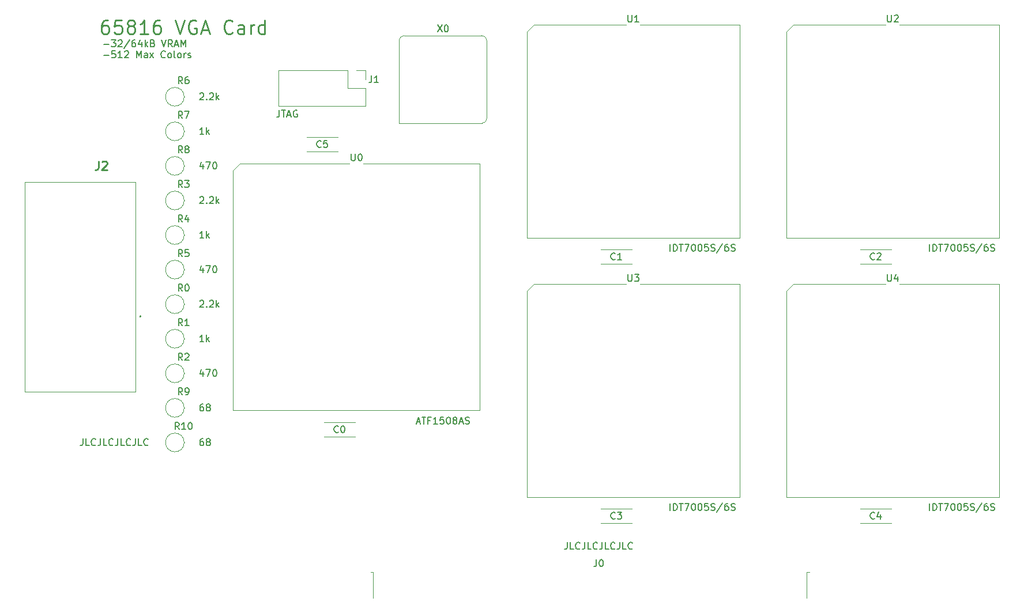
<source format=gbr>
%TF.GenerationSoftware,KiCad,Pcbnew,(6.0.4)*%
%TF.CreationDate,2023-03-08T18:50:13+01:00*%
%TF.ProjectId,65C816_SBC_VGA_ALT,36354338-3136-45f5-9342-435f5647415f,rev?*%
%TF.SameCoordinates,Original*%
%TF.FileFunction,Legend,Top*%
%TF.FilePolarity,Positive*%
%FSLAX46Y46*%
G04 Gerber Fmt 4.6, Leading zero omitted, Abs format (unit mm)*
G04 Created by KiCad (PCBNEW (6.0.4)) date 2023-03-08 18:50:13*
%MOMM*%
%LPD*%
G01*
G04 APERTURE LIST*
%ADD10C,0.150000*%
%ADD11C,0.250000*%
%ADD12C,0.254000*%
%ADD13C,0.120000*%
%ADD14C,0.200000*%
%ADD15C,0.100000*%
G04 APERTURE END LIST*
D10*
X61420952Y-121372380D02*
X61420952Y-122086666D01*
X61373333Y-122229523D01*
X61278095Y-122324761D01*
X61135238Y-122372380D01*
X61040000Y-122372380D01*
X62373333Y-122372380D02*
X61897142Y-122372380D01*
X61897142Y-121372380D01*
X63278095Y-122277142D02*
X63230476Y-122324761D01*
X63087619Y-122372380D01*
X62992380Y-122372380D01*
X62849523Y-122324761D01*
X62754285Y-122229523D01*
X62706666Y-122134285D01*
X62659047Y-121943809D01*
X62659047Y-121800952D01*
X62706666Y-121610476D01*
X62754285Y-121515238D01*
X62849523Y-121420000D01*
X62992380Y-121372380D01*
X63087619Y-121372380D01*
X63230476Y-121420000D01*
X63278095Y-121467619D01*
X63992380Y-121372380D02*
X63992380Y-122086666D01*
X63944761Y-122229523D01*
X63849523Y-122324761D01*
X63706666Y-122372380D01*
X63611428Y-122372380D01*
X64944761Y-122372380D02*
X64468571Y-122372380D01*
X64468571Y-121372380D01*
X65849523Y-122277142D02*
X65801904Y-122324761D01*
X65659047Y-122372380D01*
X65563809Y-122372380D01*
X65420952Y-122324761D01*
X65325714Y-122229523D01*
X65278095Y-122134285D01*
X65230476Y-121943809D01*
X65230476Y-121800952D01*
X65278095Y-121610476D01*
X65325714Y-121515238D01*
X65420952Y-121420000D01*
X65563809Y-121372380D01*
X65659047Y-121372380D01*
X65801904Y-121420000D01*
X65849523Y-121467619D01*
X66563809Y-121372380D02*
X66563809Y-122086666D01*
X66516190Y-122229523D01*
X66420952Y-122324761D01*
X66278095Y-122372380D01*
X66182857Y-122372380D01*
X67516190Y-122372380D02*
X67040000Y-122372380D01*
X67040000Y-121372380D01*
X68420952Y-122277142D02*
X68373333Y-122324761D01*
X68230476Y-122372380D01*
X68135238Y-122372380D01*
X67992380Y-122324761D01*
X67897142Y-122229523D01*
X67849523Y-122134285D01*
X67801904Y-121943809D01*
X67801904Y-121800952D01*
X67849523Y-121610476D01*
X67897142Y-121515238D01*
X67992380Y-121420000D01*
X68135238Y-121372380D01*
X68230476Y-121372380D01*
X68373333Y-121420000D01*
X68420952Y-121467619D01*
X69135238Y-121372380D02*
X69135238Y-122086666D01*
X69087619Y-122229523D01*
X68992380Y-122324761D01*
X68849523Y-122372380D01*
X68754285Y-122372380D01*
X70087619Y-122372380D02*
X69611428Y-122372380D01*
X69611428Y-121372380D01*
X70992380Y-122277142D02*
X70944761Y-122324761D01*
X70801904Y-122372380D01*
X70706666Y-122372380D01*
X70563809Y-122324761D01*
X70468571Y-122229523D01*
X70420952Y-122134285D01*
X70373333Y-121943809D01*
X70373333Y-121800952D01*
X70420952Y-121610476D01*
X70468571Y-121515238D01*
X70563809Y-121420000D01*
X70706666Y-121372380D01*
X70801904Y-121372380D01*
X70944761Y-121420000D01*
X70992380Y-121467619D01*
X132540952Y-136612380D02*
X132540952Y-137326666D01*
X132493333Y-137469523D01*
X132398095Y-137564761D01*
X132255238Y-137612380D01*
X132160000Y-137612380D01*
X133493333Y-137612380D02*
X133017142Y-137612380D01*
X133017142Y-136612380D01*
X134398095Y-137517142D02*
X134350476Y-137564761D01*
X134207619Y-137612380D01*
X134112380Y-137612380D01*
X133969523Y-137564761D01*
X133874285Y-137469523D01*
X133826666Y-137374285D01*
X133779047Y-137183809D01*
X133779047Y-137040952D01*
X133826666Y-136850476D01*
X133874285Y-136755238D01*
X133969523Y-136660000D01*
X134112380Y-136612380D01*
X134207619Y-136612380D01*
X134350476Y-136660000D01*
X134398095Y-136707619D01*
X135112380Y-136612380D02*
X135112380Y-137326666D01*
X135064761Y-137469523D01*
X134969523Y-137564761D01*
X134826666Y-137612380D01*
X134731428Y-137612380D01*
X136064761Y-137612380D02*
X135588571Y-137612380D01*
X135588571Y-136612380D01*
X136969523Y-137517142D02*
X136921904Y-137564761D01*
X136779047Y-137612380D01*
X136683809Y-137612380D01*
X136540952Y-137564761D01*
X136445714Y-137469523D01*
X136398095Y-137374285D01*
X136350476Y-137183809D01*
X136350476Y-137040952D01*
X136398095Y-136850476D01*
X136445714Y-136755238D01*
X136540952Y-136660000D01*
X136683809Y-136612380D01*
X136779047Y-136612380D01*
X136921904Y-136660000D01*
X136969523Y-136707619D01*
X137683809Y-136612380D02*
X137683809Y-137326666D01*
X137636190Y-137469523D01*
X137540952Y-137564761D01*
X137398095Y-137612380D01*
X137302857Y-137612380D01*
X138636190Y-137612380D02*
X138160000Y-137612380D01*
X138160000Y-136612380D01*
X139540952Y-137517142D02*
X139493333Y-137564761D01*
X139350476Y-137612380D01*
X139255238Y-137612380D01*
X139112380Y-137564761D01*
X139017142Y-137469523D01*
X138969523Y-137374285D01*
X138921904Y-137183809D01*
X138921904Y-137040952D01*
X138969523Y-136850476D01*
X139017142Y-136755238D01*
X139112380Y-136660000D01*
X139255238Y-136612380D01*
X139350476Y-136612380D01*
X139493333Y-136660000D01*
X139540952Y-136707619D01*
X140255238Y-136612380D02*
X140255238Y-137326666D01*
X140207619Y-137469523D01*
X140112380Y-137564761D01*
X139969523Y-137612380D01*
X139874285Y-137612380D01*
X141207619Y-137612380D02*
X140731428Y-137612380D01*
X140731428Y-136612380D01*
X142112380Y-137517142D02*
X142064761Y-137564761D01*
X141921904Y-137612380D01*
X141826666Y-137612380D01*
X141683809Y-137564761D01*
X141588571Y-137469523D01*
X141540952Y-137374285D01*
X141493333Y-137183809D01*
X141493333Y-137040952D01*
X141540952Y-136850476D01*
X141588571Y-136755238D01*
X141683809Y-136660000D01*
X141826666Y-136612380D01*
X141921904Y-136612380D01*
X142064761Y-136660000D01*
X142112380Y-136707619D01*
D11*
X65104761Y-59864761D02*
X64723809Y-59864761D01*
X64533333Y-59960000D01*
X64438095Y-60055238D01*
X64247619Y-60340952D01*
X64152380Y-60721904D01*
X64152380Y-61483809D01*
X64247619Y-61674285D01*
X64342857Y-61769523D01*
X64533333Y-61864761D01*
X64914285Y-61864761D01*
X65104761Y-61769523D01*
X65199999Y-61674285D01*
X65295238Y-61483809D01*
X65295238Y-61007619D01*
X65199999Y-60817142D01*
X65104761Y-60721904D01*
X64914285Y-60626666D01*
X64533333Y-60626666D01*
X64342857Y-60721904D01*
X64247619Y-60817142D01*
X64152380Y-61007619D01*
X67104761Y-59864761D02*
X66152380Y-59864761D01*
X66057142Y-60817142D01*
X66152380Y-60721904D01*
X66342857Y-60626666D01*
X66819047Y-60626666D01*
X67009523Y-60721904D01*
X67104761Y-60817142D01*
X67200000Y-61007619D01*
X67200000Y-61483809D01*
X67104761Y-61674285D01*
X67009523Y-61769523D01*
X66819047Y-61864761D01*
X66342857Y-61864761D01*
X66152380Y-61769523D01*
X66057142Y-61674285D01*
X68342857Y-60721904D02*
X68152380Y-60626666D01*
X68057142Y-60531428D01*
X67961904Y-60340952D01*
X67961904Y-60245714D01*
X68057142Y-60055238D01*
X68152380Y-59960000D01*
X68342857Y-59864761D01*
X68723809Y-59864761D01*
X68914285Y-59960000D01*
X69009523Y-60055238D01*
X69104761Y-60245714D01*
X69104761Y-60340952D01*
X69009523Y-60531428D01*
X68914285Y-60626666D01*
X68723809Y-60721904D01*
X68342857Y-60721904D01*
X68152380Y-60817142D01*
X68057142Y-60912380D01*
X67961904Y-61102857D01*
X67961904Y-61483809D01*
X68057142Y-61674285D01*
X68152380Y-61769523D01*
X68342857Y-61864761D01*
X68723809Y-61864761D01*
X68914285Y-61769523D01*
X69009523Y-61674285D01*
X69104761Y-61483809D01*
X69104761Y-61102857D01*
X69009523Y-60912380D01*
X68914285Y-60817142D01*
X68723809Y-60721904D01*
X71009523Y-61864761D02*
X69866666Y-61864761D01*
X70438095Y-61864761D02*
X70438095Y-59864761D01*
X70247619Y-60150476D01*
X70057142Y-60340952D01*
X69866666Y-60436190D01*
X72723809Y-59864761D02*
X72342857Y-59864761D01*
X72152380Y-59960000D01*
X72057142Y-60055238D01*
X71866666Y-60340952D01*
X71771428Y-60721904D01*
X71771428Y-61483809D01*
X71866666Y-61674285D01*
X71961904Y-61769523D01*
X72152380Y-61864761D01*
X72533333Y-61864761D01*
X72723809Y-61769523D01*
X72819047Y-61674285D01*
X72914285Y-61483809D01*
X72914285Y-61007619D01*
X72819047Y-60817142D01*
X72723809Y-60721904D01*
X72533333Y-60626666D01*
X72152380Y-60626666D01*
X71961904Y-60721904D01*
X71866666Y-60817142D01*
X71771428Y-61007619D01*
X75009523Y-59864761D02*
X75676190Y-61864761D01*
X76342857Y-59864761D01*
X78057142Y-59960000D02*
X77866666Y-59864761D01*
X77580952Y-59864761D01*
X77295238Y-59960000D01*
X77104761Y-60150476D01*
X77009523Y-60340952D01*
X76914285Y-60721904D01*
X76914285Y-61007619D01*
X77009523Y-61388571D01*
X77104761Y-61579047D01*
X77295238Y-61769523D01*
X77580952Y-61864761D01*
X77771428Y-61864761D01*
X78057142Y-61769523D01*
X78152380Y-61674285D01*
X78152380Y-61007619D01*
X77771428Y-61007619D01*
X78914285Y-61293333D02*
X79866666Y-61293333D01*
X78723809Y-61864761D02*
X79390476Y-59864761D01*
X80057142Y-61864761D01*
X83390476Y-61674285D02*
X83295238Y-61769523D01*
X83009523Y-61864761D01*
X82819047Y-61864761D01*
X82533333Y-61769523D01*
X82342857Y-61579047D01*
X82247619Y-61388571D01*
X82152380Y-61007619D01*
X82152380Y-60721904D01*
X82247619Y-60340952D01*
X82342857Y-60150476D01*
X82533333Y-59960000D01*
X82819047Y-59864761D01*
X83009523Y-59864761D01*
X83295238Y-59960000D01*
X83390476Y-60055238D01*
X85104761Y-61864761D02*
X85104761Y-60817142D01*
X85009523Y-60626666D01*
X84819047Y-60531428D01*
X84438095Y-60531428D01*
X84247619Y-60626666D01*
X85104761Y-61769523D02*
X84914285Y-61864761D01*
X84438095Y-61864761D01*
X84247619Y-61769523D01*
X84152380Y-61579047D01*
X84152380Y-61388571D01*
X84247619Y-61198095D01*
X84438095Y-61102857D01*
X84914285Y-61102857D01*
X85104761Y-61007619D01*
X86057142Y-61864761D02*
X86057142Y-60531428D01*
X86057142Y-60912380D02*
X86152380Y-60721904D01*
X86247619Y-60626666D01*
X86438095Y-60531428D01*
X86628571Y-60531428D01*
X88152380Y-61864761D02*
X88152380Y-59864761D01*
X88152380Y-61769523D02*
X87961904Y-61864761D01*
X87580952Y-61864761D01*
X87390476Y-61769523D01*
X87295238Y-61674285D01*
X87200000Y-61483809D01*
X87200000Y-60912380D01*
X87295238Y-60721904D01*
X87390476Y-60626666D01*
X87580952Y-60531428D01*
X87961904Y-60531428D01*
X88152380Y-60626666D01*
D10*
X64470595Y-63401428D02*
X65232500Y-63401428D01*
X65613452Y-62782380D02*
X66232500Y-62782380D01*
X65899166Y-63163333D01*
X66042023Y-63163333D01*
X66137261Y-63210952D01*
X66184880Y-63258571D01*
X66232500Y-63353809D01*
X66232500Y-63591904D01*
X66184880Y-63687142D01*
X66137261Y-63734761D01*
X66042023Y-63782380D01*
X65756309Y-63782380D01*
X65661071Y-63734761D01*
X65613452Y-63687142D01*
X66613452Y-62877619D02*
X66661071Y-62830000D01*
X66756309Y-62782380D01*
X66994404Y-62782380D01*
X67089642Y-62830000D01*
X67137261Y-62877619D01*
X67184880Y-62972857D01*
X67184880Y-63068095D01*
X67137261Y-63210952D01*
X66565833Y-63782380D01*
X67184880Y-63782380D01*
X68327738Y-62734761D02*
X67470595Y-64020476D01*
X69089642Y-62782380D02*
X68899166Y-62782380D01*
X68803928Y-62830000D01*
X68756309Y-62877619D01*
X68661071Y-63020476D01*
X68613452Y-63210952D01*
X68613452Y-63591904D01*
X68661071Y-63687142D01*
X68708690Y-63734761D01*
X68803928Y-63782380D01*
X68994404Y-63782380D01*
X69089642Y-63734761D01*
X69137261Y-63687142D01*
X69184880Y-63591904D01*
X69184880Y-63353809D01*
X69137261Y-63258571D01*
X69089642Y-63210952D01*
X68994404Y-63163333D01*
X68803928Y-63163333D01*
X68708690Y-63210952D01*
X68661071Y-63258571D01*
X68613452Y-63353809D01*
X70042023Y-63115714D02*
X70042023Y-63782380D01*
X69803928Y-62734761D02*
X69565833Y-63449047D01*
X70184880Y-63449047D01*
X70565833Y-63782380D02*
X70565833Y-62782380D01*
X70661071Y-63401428D02*
X70946785Y-63782380D01*
X70946785Y-63115714D02*
X70565833Y-63496666D01*
X71708690Y-63258571D02*
X71851547Y-63306190D01*
X71899166Y-63353809D01*
X71946785Y-63449047D01*
X71946785Y-63591904D01*
X71899166Y-63687142D01*
X71851547Y-63734761D01*
X71756309Y-63782380D01*
X71375357Y-63782380D01*
X71375357Y-62782380D01*
X71708690Y-62782380D01*
X71803928Y-62830000D01*
X71851547Y-62877619D01*
X71899166Y-62972857D01*
X71899166Y-63068095D01*
X71851547Y-63163333D01*
X71803928Y-63210952D01*
X71708690Y-63258571D01*
X71375357Y-63258571D01*
X72994404Y-62782380D02*
X73327738Y-63782380D01*
X73661071Y-62782380D01*
X74565833Y-63782380D02*
X74232500Y-63306190D01*
X73994404Y-63782380D02*
X73994404Y-62782380D01*
X74375357Y-62782380D01*
X74470595Y-62830000D01*
X74518214Y-62877619D01*
X74565833Y-62972857D01*
X74565833Y-63115714D01*
X74518214Y-63210952D01*
X74470595Y-63258571D01*
X74375357Y-63306190D01*
X73994404Y-63306190D01*
X74946785Y-63496666D02*
X75422976Y-63496666D01*
X74851547Y-63782380D02*
X75184880Y-62782380D01*
X75518214Y-63782380D01*
X75851547Y-63782380D02*
X75851547Y-62782380D01*
X76184880Y-63496666D01*
X76518214Y-62782380D01*
X76518214Y-63782380D01*
X64470595Y-65011428D02*
X65232500Y-65011428D01*
X66184880Y-64392380D02*
X65708690Y-64392380D01*
X65661071Y-64868571D01*
X65708690Y-64820952D01*
X65803928Y-64773333D01*
X66042023Y-64773333D01*
X66137261Y-64820952D01*
X66184880Y-64868571D01*
X66232500Y-64963809D01*
X66232500Y-65201904D01*
X66184880Y-65297142D01*
X66137261Y-65344761D01*
X66042023Y-65392380D01*
X65803928Y-65392380D01*
X65708690Y-65344761D01*
X65661071Y-65297142D01*
X67184880Y-65392380D02*
X66613452Y-65392380D01*
X66899166Y-65392380D02*
X66899166Y-64392380D01*
X66803928Y-64535238D01*
X66708690Y-64630476D01*
X66613452Y-64678095D01*
X67565833Y-64487619D02*
X67613452Y-64440000D01*
X67708690Y-64392380D01*
X67946785Y-64392380D01*
X68042023Y-64440000D01*
X68089642Y-64487619D01*
X68137261Y-64582857D01*
X68137261Y-64678095D01*
X68089642Y-64820952D01*
X67518214Y-65392380D01*
X68137261Y-65392380D01*
X69327738Y-65392380D02*
X69327738Y-64392380D01*
X69661071Y-65106666D01*
X69994404Y-64392380D01*
X69994404Y-65392380D01*
X70899166Y-65392380D02*
X70899166Y-64868571D01*
X70851547Y-64773333D01*
X70756309Y-64725714D01*
X70565833Y-64725714D01*
X70470595Y-64773333D01*
X70899166Y-65344761D02*
X70803928Y-65392380D01*
X70565833Y-65392380D01*
X70470595Y-65344761D01*
X70422976Y-65249523D01*
X70422976Y-65154285D01*
X70470595Y-65059047D01*
X70565833Y-65011428D01*
X70803928Y-65011428D01*
X70899166Y-64963809D01*
X71280119Y-65392380D02*
X71803928Y-64725714D01*
X71280119Y-64725714D02*
X71803928Y-65392380D01*
X73518214Y-65297142D02*
X73470595Y-65344761D01*
X73327738Y-65392380D01*
X73232500Y-65392380D01*
X73089642Y-65344761D01*
X72994404Y-65249523D01*
X72946785Y-65154285D01*
X72899166Y-64963809D01*
X72899166Y-64820952D01*
X72946785Y-64630476D01*
X72994404Y-64535238D01*
X73089642Y-64440000D01*
X73232500Y-64392380D01*
X73327738Y-64392380D01*
X73470595Y-64440000D01*
X73518214Y-64487619D01*
X74089642Y-65392380D02*
X73994404Y-65344761D01*
X73946785Y-65297142D01*
X73899166Y-65201904D01*
X73899166Y-64916190D01*
X73946785Y-64820952D01*
X73994404Y-64773333D01*
X74089642Y-64725714D01*
X74232500Y-64725714D01*
X74327738Y-64773333D01*
X74375357Y-64820952D01*
X74422976Y-64916190D01*
X74422976Y-65201904D01*
X74375357Y-65297142D01*
X74327738Y-65344761D01*
X74232500Y-65392380D01*
X74089642Y-65392380D01*
X74994404Y-65392380D02*
X74899166Y-65344761D01*
X74851547Y-65249523D01*
X74851547Y-64392380D01*
X75518214Y-65392380D02*
X75422976Y-65344761D01*
X75375357Y-65297142D01*
X75327738Y-65201904D01*
X75327738Y-64916190D01*
X75375357Y-64820952D01*
X75422976Y-64773333D01*
X75518214Y-64725714D01*
X75661071Y-64725714D01*
X75756309Y-64773333D01*
X75803928Y-64820952D01*
X75851547Y-64916190D01*
X75851547Y-65201904D01*
X75803928Y-65297142D01*
X75756309Y-65344761D01*
X75661071Y-65392380D01*
X75518214Y-65392380D01*
X76280119Y-65392380D02*
X76280119Y-64725714D01*
X76280119Y-64916190D02*
X76327738Y-64820952D01*
X76375357Y-64773333D01*
X76470595Y-64725714D01*
X76565833Y-64725714D01*
X76851547Y-65344761D02*
X76946785Y-65392380D01*
X77137261Y-65392380D01*
X77232500Y-65344761D01*
X77280119Y-65249523D01*
X77280119Y-65201904D01*
X77232500Y-65106666D01*
X77137261Y-65059047D01*
X76994404Y-65059047D01*
X76899166Y-65011428D01*
X76851547Y-64916190D01*
X76851547Y-64868571D01*
X76899166Y-64773333D01*
X76994404Y-64725714D01*
X77137261Y-64725714D01*
X77232500Y-64773333D01*
%TO.C,R9*%
X76033333Y-114922380D02*
X75700000Y-114446190D01*
X75461904Y-114922380D02*
X75461904Y-113922380D01*
X75842857Y-113922380D01*
X75938095Y-113970000D01*
X75985714Y-114017619D01*
X76033333Y-114112857D01*
X76033333Y-114255714D01*
X75985714Y-114350952D01*
X75938095Y-114398571D01*
X75842857Y-114446190D01*
X75461904Y-114446190D01*
X76509523Y-114922380D02*
X76700000Y-114922380D01*
X76795238Y-114874761D01*
X76842857Y-114827142D01*
X76938095Y-114684285D01*
X76985714Y-114493809D01*
X76985714Y-114112857D01*
X76938095Y-114017619D01*
X76890476Y-113970000D01*
X76795238Y-113922380D01*
X76604761Y-113922380D01*
X76509523Y-113970000D01*
X76461904Y-114017619D01*
X76414285Y-114112857D01*
X76414285Y-114350952D01*
X76461904Y-114446190D01*
X76509523Y-114493809D01*
X76604761Y-114541428D01*
X76795238Y-114541428D01*
X76890476Y-114493809D01*
X76938095Y-114446190D01*
X76985714Y-114350952D01*
X79081428Y-116292380D02*
X78890952Y-116292380D01*
X78795714Y-116340000D01*
X78748095Y-116387619D01*
X78652857Y-116530476D01*
X78605238Y-116720952D01*
X78605238Y-117101904D01*
X78652857Y-117197142D01*
X78700476Y-117244761D01*
X78795714Y-117292380D01*
X78986190Y-117292380D01*
X79081428Y-117244761D01*
X79129047Y-117197142D01*
X79176666Y-117101904D01*
X79176666Y-116863809D01*
X79129047Y-116768571D01*
X79081428Y-116720952D01*
X78986190Y-116673333D01*
X78795714Y-116673333D01*
X78700476Y-116720952D01*
X78652857Y-116768571D01*
X78605238Y-116863809D01*
X79748095Y-116720952D02*
X79652857Y-116673333D01*
X79605238Y-116625714D01*
X79557619Y-116530476D01*
X79557619Y-116482857D01*
X79605238Y-116387619D01*
X79652857Y-116340000D01*
X79748095Y-116292380D01*
X79938571Y-116292380D01*
X80033809Y-116340000D01*
X80081428Y-116387619D01*
X80129047Y-116482857D01*
X80129047Y-116530476D01*
X80081428Y-116625714D01*
X80033809Y-116673333D01*
X79938571Y-116720952D01*
X79748095Y-116720952D01*
X79652857Y-116768571D01*
X79605238Y-116816190D01*
X79557619Y-116911428D01*
X79557619Y-117101904D01*
X79605238Y-117197142D01*
X79652857Y-117244761D01*
X79748095Y-117292380D01*
X79938571Y-117292380D01*
X80033809Y-117244761D01*
X80081428Y-117197142D01*
X80129047Y-117101904D01*
X80129047Y-116911428D01*
X80081428Y-116816190D01*
X80033809Y-116768571D01*
X79938571Y-116720952D01*
%TO.C,U4*%
X179578095Y-97227380D02*
X179578095Y-98036904D01*
X179625714Y-98132142D01*
X179673333Y-98179761D01*
X179768571Y-98227380D01*
X179959047Y-98227380D01*
X180054285Y-98179761D01*
X180101904Y-98132142D01*
X180149523Y-98036904D01*
X180149523Y-97227380D01*
X181054285Y-97560714D02*
X181054285Y-98227380D01*
X180816190Y-97179761D02*
X180578095Y-97894047D01*
X181197142Y-97894047D01*
X185761904Y-131897380D02*
X185761904Y-130897380D01*
X186238095Y-131897380D02*
X186238095Y-130897380D01*
X186476190Y-130897380D01*
X186619047Y-130945000D01*
X186714285Y-131040238D01*
X186761904Y-131135476D01*
X186809523Y-131325952D01*
X186809523Y-131468809D01*
X186761904Y-131659285D01*
X186714285Y-131754523D01*
X186619047Y-131849761D01*
X186476190Y-131897380D01*
X186238095Y-131897380D01*
X187095238Y-130897380D02*
X187666666Y-130897380D01*
X187380952Y-131897380D02*
X187380952Y-130897380D01*
X187904761Y-130897380D02*
X188571428Y-130897380D01*
X188142857Y-131897380D01*
X189142857Y-130897380D02*
X189238095Y-130897380D01*
X189333333Y-130945000D01*
X189380952Y-130992619D01*
X189428571Y-131087857D01*
X189476190Y-131278333D01*
X189476190Y-131516428D01*
X189428571Y-131706904D01*
X189380952Y-131802142D01*
X189333333Y-131849761D01*
X189238095Y-131897380D01*
X189142857Y-131897380D01*
X189047619Y-131849761D01*
X189000000Y-131802142D01*
X188952380Y-131706904D01*
X188904761Y-131516428D01*
X188904761Y-131278333D01*
X188952380Y-131087857D01*
X189000000Y-130992619D01*
X189047619Y-130945000D01*
X189142857Y-130897380D01*
X190095238Y-130897380D02*
X190190476Y-130897380D01*
X190285714Y-130945000D01*
X190333333Y-130992619D01*
X190380952Y-131087857D01*
X190428571Y-131278333D01*
X190428571Y-131516428D01*
X190380952Y-131706904D01*
X190333333Y-131802142D01*
X190285714Y-131849761D01*
X190190476Y-131897380D01*
X190095238Y-131897380D01*
X190000000Y-131849761D01*
X189952380Y-131802142D01*
X189904761Y-131706904D01*
X189857142Y-131516428D01*
X189857142Y-131278333D01*
X189904761Y-131087857D01*
X189952380Y-130992619D01*
X190000000Y-130945000D01*
X190095238Y-130897380D01*
X191333333Y-130897380D02*
X190857142Y-130897380D01*
X190809523Y-131373571D01*
X190857142Y-131325952D01*
X190952380Y-131278333D01*
X191190476Y-131278333D01*
X191285714Y-131325952D01*
X191333333Y-131373571D01*
X191380952Y-131468809D01*
X191380952Y-131706904D01*
X191333333Y-131802142D01*
X191285714Y-131849761D01*
X191190476Y-131897380D01*
X190952380Y-131897380D01*
X190857142Y-131849761D01*
X190809523Y-131802142D01*
X191761904Y-131849761D02*
X191904761Y-131897380D01*
X192142857Y-131897380D01*
X192238095Y-131849761D01*
X192285714Y-131802142D01*
X192333333Y-131706904D01*
X192333333Y-131611666D01*
X192285714Y-131516428D01*
X192238095Y-131468809D01*
X192142857Y-131421190D01*
X191952380Y-131373571D01*
X191857142Y-131325952D01*
X191809523Y-131278333D01*
X191761904Y-131183095D01*
X191761904Y-131087857D01*
X191809523Y-130992619D01*
X191857142Y-130945000D01*
X191952380Y-130897380D01*
X192190476Y-130897380D01*
X192333333Y-130945000D01*
X193476190Y-130849761D02*
X192619047Y-132135476D01*
X194238095Y-130897380D02*
X194047619Y-130897380D01*
X193952380Y-130945000D01*
X193904761Y-130992619D01*
X193809523Y-131135476D01*
X193761904Y-131325952D01*
X193761904Y-131706904D01*
X193809523Y-131802142D01*
X193857142Y-131849761D01*
X193952380Y-131897380D01*
X194142857Y-131897380D01*
X194238095Y-131849761D01*
X194285714Y-131802142D01*
X194333333Y-131706904D01*
X194333333Y-131468809D01*
X194285714Y-131373571D01*
X194238095Y-131325952D01*
X194142857Y-131278333D01*
X193952380Y-131278333D01*
X193857142Y-131325952D01*
X193809523Y-131373571D01*
X193761904Y-131468809D01*
X194714285Y-131849761D02*
X194857142Y-131897380D01*
X195095238Y-131897380D01*
X195190476Y-131849761D01*
X195238095Y-131802142D01*
X195285714Y-131706904D01*
X195285714Y-131611666D01*
X195238095Y-131516428D01*
X195190476Y-131468809D01*
X195095238Y-131421190D01*
X194904761Y-131373571D01*
X194809523Y-131325952D01*
X194761904Y-131278333D01*
X194714285Y-131183095D01*
X194714285Y-131087857D01*
X194761904Y-130992619D01*
X194809523Y-130945000D01*
X194904761Y-130897380D01*
X195142857Y-130897380D01*
X195285714Y-130945000D01*
%TO.C,R1*%
X76033333Y-104762380D02*
X75700000Y-104286190D01*
X75461904Y-104762380D02*
X75461904Y-103762380D01*
X75842857Y-103762380D01*
X75938095Y-103810000D01*
X75985714Y-103857619D01*
X76033333Y-103952857D01*
X76033333Y-104095714D01*
X75985714Y-104190952D01*
X75938095Y-104238571D01*
X75842857Y-104286190D01*
X75461904Y-104286190D01*
X76985714Y-104762380D02*
X76414285Y-104762380D01*
X76700000Y-104762380D02*
X76700000Y-103762380D01*
X76604761Y-103905238D01*
X76509523Y-104000476D01*
X76414285Y-104048095D01*
X79176666Y-107132380D02*
X78605237Y-107132380D01*
X78890952Y-107132380D02*
X78890952Y-106132380D01*
X78795714Y-106275238D01*
X78700475Y-106370476D01*
X78605237Y-106418095D01*
X79605237Y-107132380D02*
X79605237Y-106132380D01*
X79700475Y-106751428D02*
X79986190Y-107132380D01*
X79986190Y-106465714D02*
X79605237Y-106846666D01*
%TO.C,R4*%
X76033333Y-89522380D02*
X75700000Y-89046190D01*
X75461904Y-89522380D02*
X75461904Y-88522380D01*
X75842857Y-88522380D01*
X75938095Y-88570000D01*
X75985714Y-88617619D01*
X76033333Y-88712857D01*
X76033333Y-88855714D01*
X75985714Y-88950952D01*
X75938095Y-88998571D01*
X75842857Y-89046190D01*
X75461904Y-89046190D01*
X76890476Y-88855714D02*
X76890476Y-89522380D01*
X76652380Y-88474761D02*
X76414285Y-89189047D01*
X77033333Y-89189047D01*
X79176666Y-91892380D02*
X78605237Y-91892380D01*
X78890952Y-91892380D02*
X78890952Y-90892380D01*
X78795714Y-91035238D01*
X78700475Y-91130476D01*
X78605237Y-91178095D01*
X79605237Y-91892380D02*
X79605237Y-90892380D01*
X79700475Y-91511428D02*
X79986190Y-91892380D01*
X79986190Y-91225714D02*
X79605237Y-91606666D01*
%TO.C,R5*%
X76033333Y-94602380D02*
X75700000Y-94126190D01*
X75461904Y-94602380D02*
X75461904Y-93602380D01*
X75842857Y-93602380D01*
X75938095Y-93650000D01*
X75985714Y-93697619D01*
X76033333Y-93792857D01*
X76033333Y-93935714D01*
X75985714Y-94030952D01*
X75938095Y-94078571D01*
X75842857Y-94126190D01*
X75461904Y-94126190D01*
X76938095Y-93602380D02*
X76461904Y-93602380D01*
X76414285Y-94078571D01*
X76461904Y-94030952D01*
X76557142Y-93983333D01*
X76795238Y-93983333D01*
X76890476Y-94030952D01*
X76938095Y-94078571D01*
X76985714Y-94173809D01*
X76985714Y-94411904D01*
X76938095Y-94507142D01*
X76890476Y-94554761D01*
X76795238Y-94602380D01*
X76557142Y-94602380D01*
X76461904Y-94554761D01*
X76414285Y-94507142D01*
X79081428Y-96305714D02*
X79081428Y-96972380D01*
X78843333Y-95924761D02*
X78605237Y-96639047D01*
X79224285Y-96639047D01*
X79509999Y-95972380D02*
X80176666Y-95972380D01*
X79748094Y-96972380D01*
X80748094Y-95972380D02*
X80843333Y-95972380D01*
X80938571Y-96020000D01*
X80986190Y-96067619D01*
X81033809Y-96162857D01*
X81081428Y-96353333D01*
X81081428Y-96591428D01*
X81033809Y-96781904D01*
X80986190Y-96877142D01*
X80938571Y-96924761D01*
X80843333Y-96972380D01*
X80748094Y-96972380D01*
X80652856Y-96924761D01*
X80605237Y-96877142D01*
X80557618Y-96781904D01*
X80509999Y-96591428D01*
X80509999Y-96353333D01*
X80557618Y-96162857D01*
X80605237Y-96067619D01*
X80652856Y-96020000D01*
X80748094Y-95972380D01*
%TO.C,R0*%
X76033333Y-99682380D02*
X75700000Y-99206190D01*
X75461904Y-99682380D02*
X75461904Y-98682380D01*
X75842857Y-98682380D01*
X75938095Y-98730000D01*
X75985714Y-98777619D01*
X76033333Y-98872857D01*
X76033333Y-99015714D01*
X75985714Y-99110952D01*
X75938095Y-99158571D01*
X75842857Y-99206190D01*
X75461904Y-99206190D01*
X76652380Y-98682380D02*
X76747619Y-98682380D01*
X76842857Y-98730000D01*
X76890476Y-98777619D01*
X76938095Y-98872857D01*
X76985714Y-99063333D01*
X76985714Y-99301428D01*
X76938095Y-99491904D01*
X76890476Y-99587142D01*
X76842857Y-99634761D01*
X76747619Y-99682380D01*
X76652380Y-99682380D01*
X76557142Y-99634761D01*
X76509523Y-99587142D01*
X76461904Y-99491904D01*
X76414285Y-99301428D01*
X76414285Y-99063333D01*
X76461904Y-98872857D01*
X76509523Y-98777619D01*
X76557142Y-98730000D01*
X76652380Y-98682380D01*
X78605238Y-101147619D02*
X78652857Y-101100000D01*
X78748095Y-101052380D01*
X78986190Y-101052380D01*
X79081428Y-101100000D01*
X79129047Y-101147619D01*
X79176666Y-101242857D01*
X79176666Y-101338095D01*
X79129047Y-101480952D01*
X78557619Y-102052380D01*
X79176666Y-102052380D01*
X79605238Y-101957142D02*
X79652857Y-102004761D01*
X79605238Y-102052380D01*
X79557619Y-102004761D01*
X79605238Y-101957142D01*
X79605238Y-102052380D01*
X80033809Y-101147619D02*
X80081428Y-101100000D01*
X80176666Y-101052380D01*
X80414761Y-101052380D01*
X80510000Y-101100000D01*
X80557619Y-101147619D01*
X80605238Y-101242857D01*
X80605238Y-101338095D01*
X80557619Y-101480952D01*
X79986190Y-102052380D01*
X80605238Y-102052380D01*
X81033809Y-102052380D02*
X81033809Y-101052380D01*
X81129047Y-101671428D02*
X81414761Y-102052380D01*
X81414761Y-101385714D02*
X81033809Y-101766666D01*
%TO.C,U2*%
X179578095Y-59127380D02*
X179578095Y-59936904D01*
X179625714Y-60032142D01*
X179673333Y-60079761D01*
X179768571Y-60127380D01*
X179959047Y-60127380D01*
X180054285Y-60079761D01*
X180101904Y-60032142D01*
X180149523Y-59936904D01*
X180149523Y-59127380D01*
X180578095Y-59222619D02*
X180625714Y-59175000D01*
X180720952Y-59127380D01*
X180959047Y-59127380D01*
X181054285Y-59175000D01*
X181101904Y-59222619D01*
X181149523Y-59317857D01*
X181149523Y-59413095D01*
X181101904Y-59555952D01*
X180530476Y-60127380D01*
X181149523Y-60127380D01*
X185761904Y-93797380D02*
X185761904Y-92797380D01*
X186238095Y-93797380D02*
X186238095Y-92797380D01*
X186476190Y-92797380D01*
X186619047Y-92845000D01*
X186714285Y-92940238D01*
X186761904Y-93035476D01*
X186809523Y-93225952D01*
X186809523Y-93368809D01*
X186761904Y-93559285D01*
X186714285Y-93654523D01*
X186619047Y-93749761D01*
X186476190Y-93797380D01*
X186238095Y-93797380D01*
X187095238Y-92797380D02*
X187666666Y-92797380D01*
X187380952Y-93797380D02*
X187380952Y-92797380D01*
X187904761Y-92797380D02*
X188571428Y-92797380D01*
X188142857Y-93797380D01*
X189142857Y-92797380D02*
X189238095Y-92797380D01*
X189333333Y-92845000D01*
X189380952Y-92892619D01*
X189428571Y-92987857D01*
X189476190Y-93178333D01*
X189476190Y-93416428D01*
X189428571Y-93606904D01*
X189380952Y-93702142D01*
X189333333Y-93749761D01*
X189238095Y-93797380D01*
X189142857Y-93797380D01*
X189047619Y-93749761D01*
X189000000Y-93702142D01*
X188952380Y-93606904D01*
X188904761Y-93416428D01*
X188904761Y-93178333D01*
X188952380Y-92987857D01*
X189000000Y-92892619D01*
X189047619Y-92845000D01*
X189142857Y-92797380D01*
X190095238Y-92797380D02*
X190190476Y-92797380D01*
X190285714Y-92845000D01*
X190333333Y-92892619D01*
X190380952Y-92987857D01*
X190428571Y-93178333D01*
X190428571Y-93416428D01*
X190380952Y-93606904D01*
X190333333Y-93702142D01*
X190285714Y-93749761D01*
X190190476Y-93797380D01*
X190095238Y-93797380D01*
X190000000Y-93749761D01*
X189952380Y-93702142D01*
X189904761Y-93606904D01*
X189857142Y-93416428D01*
X189857142Y-93178333D01*
X189904761Y-92987857D01*
X189952380Y-92892619D01*
X190000000Y-92845000D01*
X190095238Y-92797380D01*
X191333333Y-92797380D02*
X190857142Y-92797380D01*
X190809523Y-93273571D01*
X190857142Y-93225952D01*
X190952380Y-93178333D01*
X191190476Y-93178333D01*
X191285714Y-93225952D01*
X191333333Y-93273571D01*
X191380952Y-93368809D01*
X191380952Y-93606904D01*
X191333333Y-93702142D01*
X191285714Y-93749761D01*
X191190476Y-93797380D01*
X190952380Y-93797380D01*
X190857142Y-93749761D01*
X190809523Y-93702142D01*
X191761904Y-93749761D02*
X191904761Y-93797380D01*
X192142857Y-93797380D01*
X192238095Y-93749761D01*
X192285714Y-93702142D01*
X192333333Y-93606904D01*
X192333333Y-93511666D01*
X192285714Y-93416428D01*
X192238095Y-93368809D01*
X192142857Y-93321190D01*
X191952380Y-93273571D01*
X191857142Y-93225952D01*
X191809523Y-93178333D01*
X191761904Y-93083095D01*
X191761904Y-92987857D01*
X191809523Y-92892619D01*
X191857142Y-92845000D01*
X191952380Y-92797380D01*
X192190476Y-92797380D01*
X192333333Y-92845000D01*
X193476190Y-92749761D02*
X192619047Y-94035476D01*
X194238095Y-92797380D02*
X194047619Y-92797380D01*
X193952380Y-92845000D01*
X193904761Y-92892619D01*
X193809523Y-93035476D01*
X193761904Y-93225952D01*
X193761904Y-93606904D01*
X193809523Y-93702142D01*
X193857142Y-93749761D01*
X193952380Y-93797380D01*
X194142857Y-93797380D01*
X194238095Y-93749761D01*
X194285714Y-93702142D01*
X194333333Y-93606904D01*
X194333333Y-93368809D01*
X194285714Y-93273571D01*
X194238095Y-93225952D01*
X194142857Y-93178333D01*
X193952380Y-93178333D01*
X193857142Y-93225952D01*
X193809523Y-93273571D01*
X193761904Y-93368809D01*
X194714285Y-93749761D02*
X194857142Y-93797380D01*
X195095238Y-93797380D01*
X195190476Y-93749761D01*
X195238095Y-93702142D01*
X195285714Y-93606904D01*
X195285714Y-93511666D01*
X195238095Y-93416428D01*
X195190476Y-93368809D01*
X195095238Y-93321190D01*
X194904761Y-93273571D01*
X194809523Y-93225952D01*
X194761904Y-93178333D01*
X194714285Y-93083095D01*
X194714285Y-92987857D01*
X194761904Y-92892619D01*
X194809523Y-92845000D01*
X194904761Y-92797380D01*
X195142857Y-92797380D01*
X195285714Y-92845000D01*
%TO.C,C1*%
X139573333Y-94972142D02*
X139525714Y-95019761D01*
X139382857Y-95067380D01*
X139287619Y-95067380D01*
X139144761Y-95019761D01*
X139049523Y-94924523D01*
X139001904Y-94829285D01*
X138954285Y-94638809D01*
X138954285Y-94495952D01*
X139001904Y-94305476D01*
X139049523Y-94210238D01*
X139144761Y-94115000D01*
X139287619Y-94067380D01*
X139382857Y-94067380D01*
X139525714Y-94115000D01*
X139573333Y-94162619D01*
X140525714Y-95067380D02*
X139954285Y-95067380D01*
X140240000Y-95067380D02*
X140240000Y-94067380D01*
X140144761Y-94210238D01*
X140049523Y-94305476D01*
X139954285Y-94353095D01*
%TO.C,C4*%
X177673333Y-133072142D02*
X177625714Y-133119761D01*
X177482857Y-133167380D01*
X177387619Y-133167380D01*
X177244761Y-133119761D01*
X177149523Y-133024523D01*
X177101904Y-132929285D01*
X177054285Y-132738809D01*
X177054285Y-132595952D01*
X177101904Y-132405476D01*
X177149523Y-132310238D01*
X177244761Y-132215000D01*
X177387619Y-132167380D01*
X177482857Y-132167380D01*
X177625714Y-132215000D01*
X177673333Y-132262619D01*
X178530476Y-132500714D02*
X178530476Y-133167380D01*
X178292380Y-132119761D02*
X178054285Y-132834047D01*
X178673333Y-132834047D01*
D12*
%TO.C,J2*%
X63711666Y-80584523D02*
X63711666Y-81491666D01*
X63651190Y-81673095D01*
X63530238Y-81794047D01*
X63348809Y-81854523D01*
X63227857Y-81854523D01*
X64255952Y-80705476D02*
X64316428Y-80645000D01*
X64437380Y-80584523D01*
X64739761Y-80584523D01*
X64860714Y-80645000D01*
X64921190Y-80705476D01*
X64981666Y-80826428D01*
X64981666Y-80947380D01*
X64921190Y-81128809D01*
X64195476Y-81854523D01*
X64981666Y-81854523D01*
D10*
%TO.C,R3*%
X76033333Y-84442380D02*
X75700000Y-83966190D01*
X75461904Y-84442380D02*
X75461904Y-83442380D01*
X75842857Y-83442380D01*
X75938095Y-83490000D01*
X75985714Y-83537619D01*
X76033333Y-83632857D01*
X76033333Y-83775714D01*
X75985714Y-83870952D01*
X75938095Y-83918571D01*
X75842857Y-83966190D01*
X75461904Y-83966190D01*
X76366666Y-83442380D02*
X76985714Y-83442380D01*
X76652380Y-83823333D01*
X76795238Y-83823333D01*
X76890476Y-83870952D01*
X76938095Y-83918571D01*
X76985714Y-84013809D01*
X76985714Y-84251904D01*
X76938095Y-84347142D01*
X76890476Y-84394761D01*
X76795238Y-84442380D01*
X76509523Y-84442380D01*
X76414285Y-84394761D01*
X76366666Y-84347142D01*
X78605238Y-85907619D02*
X78652857Y-85860000D01*
X78748095Y-85812380D01*
X78986190Y-85812380D01*
X79081428Y-85860000D01*
X79129047Y-85907619D01*
X79176666Y-86002857D01*
X79176666Y-86098095D01*
X79129047Y-86240952D01*
X78557619Y-86812380D01*
X79176666Y-86812380D01*
X79605238Y-86717142D02*
X79652857Y-86764761D01*
X79605238Y-86812380D01*
X79557619Y-86764761D01*
X79605238Y-86717142D01*
X79605238Y-86812380D01*
X80033809Y-85907619D02*
X80081428Y-85860000D01*
X80176666Y-85812380D01*
X80414761Y-85812380D01*
X80510000Y-85860000D01*
X80557619Y-85907619D01*
X80605238Y-86002857D01*
X80605238Y-86098095D01*
X80557619Y-86240952D01*
X79986190Y-86812380D01*
X80605238Y-86812380D01*
X81033809Y-86812380D02*
X81033809Y-85812380D01*
X81129047Y-86431428D02*
X81414761Y-86812380D01*
X81414761Y-86145714D02*
X81033809Y-86526666D01*
%TO.C,C3*%
X139573333Y-133072142D02*
X139525714Y-133119761D01*
X139382857Y-133167380D01*
X139287619Y-133167380D01*
X139144761Y-133119761D01*
X139049523Y-133024523D01*
X139001904Y-132929285D01*
X138954285Y-132738809D01*
X138954285Y-132595952D01*
X139001904Y-132405476D01*
X139049523Y-132310238D01*
X139144761Y-132215000D01*
X139287619Y-132167380D01*
X139382857Y-132167380D01*
X139525714Y-132215000D01*
X139573333Y-132262619D01*
X139906666Y-132167380D02*
X140525714Y-132167380D01*
X140192380Y-132548333D01*
X140335238Y-132548333D01*
X140430476Y-132595952D01*
X140478095Y-132643571D01*
X140525714Y-132738809D01*
X140525714Y-132976904D01*
X140478095Y-133072142D01*
X140430476Y-133119761D01*
X140335238Y-133167380D01*
X140049523Y-133167380D01*
X139954285Y-133119761D01*
X139906666Y-133072142D01*
%TO.C,J1*%
X103811666Y-68032380D02*
X103811666Y-68746666D01*
X103764047Y-68889523D01*
X103668809Y-68984761D01*
X103525952Y-69032380D01*
X103430714Y-69032380D01*
X104811666Y-69032380D02*
X104240238Y-69032380D01*
X104525952Y-69032380D02*
X104525952Y-68032380D01*
X104430714Y-68175238D01*
X104335476Y-68270476D01*
X104240238Y-68318095D01*
X90273333Y-73112380D02*
X90273333Y-73826666D01*
X90225714Y-73969523D01*
X90130476Y-74064761D01*
X89987619Y-74112380D01*
X89892380Y-74112380D01*
X90606666Y-73112380D02*
X91178095Y-73112380D01*
X90892380Y-74112380D02*
X90892380Y-73112380D01*
X91463809Y-73826666D02*
X91940000Y-73826666D01*
X91368571Y-74112380D02*
X91701904Y-73112380D01*
X92035238Y-74112380D01*
X92892380Y-73160000D02*
X92797142Y-73112380D01*
X92654285Y-73112380D01*
X92511428Y-73160000D01*
X92416190Y-73255238D01*
X92368571Y-73350476D01*
X92320952Y-73540952D01*
X92320952Y-73683809D01*
X92368571Y-73874285D01*
X92416190Y-73969523D01*
X92511428Y-74064761D01*
X92654285Y-74112380D01*
X92749523Y-74112380D01*
X92892380Y-74064761D01*
X92940000Y-74017142D01*
X92940000Y-73683809D01*
X92749523Y-73683809D01*
%TO.C,C5*%
X96393333Y-78462142D02*
X96345714Y-78509761D01*
X96202857Y-78557380D01*
X96107619Y-78557380D01*
X95964761Y-78509761D01*
X95869523Y-78414523D01*
X95821904Y-78319285D01*
X95774285Y-78128809D01*
X95774285Y-77985952D01*
X95821904Y-77795476D01*
X95869523Y-77700238D01*
X95964761Y-77605000D01*
X96107619Y-77557380D01*
X96202857Y-77557380D01*
X96345714Y-77605000D01*
X96393333Y-77652619D01*
X97298095Y-77557380D02*
X96821904Y-77557380D01*
X96774285Y-78033571D01*
X96821904Y-77985952D01*
X96917142Y-77938333D01*
X97155238Y-77938333D01*
X97250476Y-77985952D01*
X97298095Y-78033571D01*
X97345714Y-78128809D01*
X97345714Y-78366904D01*
X97298095Y-78462142D01*
X97250476Y-78509761D01*
X97155238Y-78557380D01*
X96917142Y-78557380D01*
X96821904Y-78509761D01*
X96774285Y-78462142D01*
%TO.C,U1*%
X141478095Y-59127380D02*
X141478095Y-59936904D01*
X141525714Y-60032142D01*
X141573333Y-60079761D01*
X141668571Y-60127380D01*
X141859047Y-60127380D01*
X141954285Y-60079761D01*
X142001904Y-60032142D01*
X142049523Y-59936904D01*
X142049523Y-59127380D01*
X143049523Y-60127380D02*
X142478095Y-60127380D01*
X142763809Y-60127380D02*
X142763809Y-59127380D01*
X142668571Y-59270238D01*
X142573333Y-59365476D01*
X142478095Y-59413095D01*
X147661904Y-93797380D02*
X147661904Y-92797380D01*
X148138095Y-93797380D02*
X148138095Y-92797380D01*
X148376190Y-92797380D01*
X148519047Y-92845000D01*
X148614285Y-92940238D01*
X148661904Y-93035476D01*
X148709523Y-93225952D01*
X148709523Y-93368809D01*
X148661904Y-93559285D01*
X148614285Y-93654523D01*
X148519047Y-93749761D01*
X148376190Y-93797380D01*
X148138095Y-93797380D01*
X148995238Y-92797380D02*
X149566666Y-92797380D01*
X149280952Y-93797380D02*
X149280952Y-92797380D01*
X149804761Y-92797380D02*
X150471428Y-92797380D01*
X150042857Y-93797380D01*
X151042857Y-92797380D02*
X151138095Y-92797380D01*
X151233333Y-92845000D01*
X151280952Y-92892619D01*
X151328571Y-92987857D01*
X151376190Y-93178333D01*
X151376190Y-93416428D01*
X151328571Y-93606904D01*
X151280952Y-93702142D01*
X151233333Y-93749761D01*
X151138095Y-93797380D01*
X151042857Y-93797380D01*
X150947619Y-93749761D01*
X150900000Y-93702142D01*
X150852380Y-93606904D01*
X150804761Y-93416428D01*
X150804761Y-93178333D01*
X150852380Y-92987857D01*
X150900000Y-92892619D01*
X150947619Y-92845000D01*
X151042857Y-92797380D01*
X151995238Y-92797380D02*
X152090476Y-92797380D01*
X152185714Y-92845000D01*
X152233333Y-92892619D01*
X152280952Y-92987857D01*
X152328571Y-93178333D01*
X152328571Y-93416428D01*
X152280952Y-93606904D01*
X152233333Y-93702142D01*
X152185714Y-93749761D01*
X152090476Y-93797380D01*
X151995238Y-93797380D01*
X151900000Y-93749761D01*
X151852380Y-93702142D01*
X151804761Y-93606904D01*
X151757142Y-93416428D01*
X151757142Y-93178333D01*
X151804761Y-92987857D01*
X151852380Y-92892619D01*
X151900000Y-92845000D01*
X151995238Y-92797380D01*
X153233333Y-92797380D02*
X152757142Y-92797380D01*
X152709523Y-93273571D01*
X152757142Y-93225952D01*
X152852380Y-93178333D01*
X153090476Y-93178333D01*
X153185714Y-93225952D01*
X153233333Y-93273571D01*
X153280952Y-93368809D01*
X153280952Y-93606904D01*
X153233333Y-93702142D01*
X153185714Y-93749761D01*
X153090476Y-93797380D01*
X152852380Y-93797380D01*
X152757142Y-93749761D01*
X152709523Y-93702142D01*
X153661904Y-93749761D02*
X153804761Y-93797380D01*
X154042857Y-93797380D01*
X154138095Y-93749761D01*
X154185714Y-93702142D01*
X154233333Y-93606904D01*
X154233333Y-93511666D01*
X154185714Y-93416428D01*
X154138095Y-93368809D01*
X154042857Y-93321190D01*
X153852380Y-93273571D01*
X153757142Y-93225952D01*
X153709523Y-93178333D01*
X153661904Y-93083095D01*
X153661904Y-92987857D01*
X153709523Y-92892619D01*
X153757142Y-92845000D01*
X153852380Y-92797380D01*
X154090476Y-92797380D01*
X154233333Y-92845000D01*
X155376190Y-92749761D02*
X154519047Y-94035476D01*
X156138095Y-92797380D02*
X155947619Y-92797380D01*
X155852380Y-92845000D01*
X155804761Y-92892619D01*
X155709523Y-93035476D01*
X155661904Y-93225952D01*
X155661904Y-93606904D01*
X155709523Y-93702142D01*
X155757142Y-93749761D01*
X155852380Y-93797380D01*
X156042857Y-93797380D01*
X156138095Y-93749761D01*
X156185714Y-93702142D01*
X156233333Y-93606904D01*
X156233333Y-93368809D01*
X156185714Y-93273571D01*
X156138095Y-93225952D01*
X156042857Y-93178333D01*
X155852380Y-93178333D01*
X155757142Y-93225952D01*
X155709523Y-93273571D01*
X155661904Y-93368809D01*
X156614285Y-93749761D02*
X156757142Y-93797380D01*
X156995238Y-93797380D01*
X157090476Y-93749761D01*
X157138095Y-93702142D01*
X157185714Y-93606904D01*
X157185714Y-93511666D01*
X157138095Y-93416428D01*
X157090476Y-93368809D01*
X156995238Y-93321190D01*
X156804761Y-93273571D01*
X156709523Y-93225952D01*
X156661904Y-93178333D01*
X156614285Y-93083095D01*
X156614285Y-92987857D01*
X156661904Y-92892619D01*
X156709523Y-92845000D01*
X156804761Y-92797380D01*
X157042857Y-92797380D01*
X157185714Y-92845000D01*
%TO.C,R7*%
X76033333Y-74282380D02*
X75700000Y-73806190D01*
X75461904Y-74282380D02*
X75461904Y-73282380D01*
X75842857Y-73282380D01*
X75938095Y-73330000D01*
X75985714Y-73377619D01*
X76033333Y-73472857D01*
X76033333Y-73615714D01*
X75985714Y-73710952D01*
X75938095Y-73758571D01*
X75842857Y-73806190D01*
X75461904Y-73806190D01*
X76366666Y-73282380D02*
X77033333Y-73282380D01*
X76604761Y-74282380D01*
X79176666Y-76652380D02*
X78605237Y-76652380D01*
X78890952Y-76652380D02*
X78890952Y-75652380D01*
X78795714Y-75795238D01*
X78700475Y-75890476D01*
X78605237Y-75938095D01*
X79605237Y-76652380D02*
X79605237Y-75652380D01*
X79700475Y-76271428D02*
X79986190Y-76652380D01*
X79986190Y-75985714D02*
X79605237Y-76366666D01*
%TO.C,J0*%
X136826666Y-139152380D02*
X136826666Y-139866666D01*
X136779047Y-140009523D01*
X136683809Y-140104761D01*
X136540952Y-140152380D01*
X136445714Y-140152380D01*
X137493333Y-139152380D02*
X137588571Y-139152380D01*
X137683809Y-139200000D01*
X137731428Y-139247619D01*
X137779047Y-139342857D01*
X137826666Y-139533333D01*
X137826666Y-139771428D01*
X137779047Y-139961904D01*
X137731428Y-140057142D01*
X137683809Y-140104761D01*
X137588571Y-140152380D01*
X137493333Y-140152380D01*
X137398095Y-140104761D01*
X137350476Y-140057142D01*
X137302857Y-139961904D01*
X137255238Y-139771428D01*
X137255238Y-139533333D01*
X137302857Y-139342857D01*
X137350476Y-139247619D01*
X137398095Y-139200000D01*
X137493333Y-139152380D01*
%TO.C,U0*%
X100838095Y-79502380D02*
X100838095Y-80311904D01*
X100885714Y-80407142D01*
X100933333Y-80454761D01*
X101028571Y-80502380D01*
X101219047Y-80502380D01*
X101314285Y-80454761D01*
X101361904Y-80407142D01*
X101409523Y-80311904D01*
X101409523Y-79502380D01*
X102076190Y-79502380D02*
X102171428Y-79502380D01*
X102266666Y-79550000D01*
X102314285Y-79597619D01*
X102361904Y-79692857D01*
X102409523Y-79883333D01*
X102409523Y-80121428D01*
X102361904Y-80311904D01*
X102314285Y-80407142D01*
X102266666Y-80454761D01*
X102171428Y-80502380D01*
X102076190Y-80502380D01*
X101980952Y-80454761D01*
X101933333Y-80407142D01*
X101885714Y-80311904D01*
X101838095Y-80121428D01*
X101838095Y-79883333D01*
X101885714Y-79692857D01*
X101933333Y-79597619D01*
X101980952Y-79550000D01*
X102076190Y-79502380D01*
X110442857Y-118911666D02*
X110919047Y-118911666D01*
X110347619Y-119197380D02*
X110680952Y-118197380D01*
X111014285Y-119197380D01*
X111204761Y-118197380D02*
X111776190Y-118197380D01*
X111490476Y-119197380D02*
X111490476Y-118197380D01*
X112442857Y-118673571D02*
X112109523Y-118673571D01*
X112109523Y-119197380D02*
X112109523Y-118197380D01*
X112585714Y-118197380D01*
X113490476Y-119197380D02*
X112919047Y-119197380D01*
X113204761Y-119197380D02*
X113204761Y-118197380D01*
X113109523Y-118340238D01*
X113014285Y-118435476D01*
X112919047Y-118483095D01*
X114395238Y-118197380D02*
X113919047Y-118197380D01*
X113871428Y-118673571D01*
X113919047Y-118625952D01*
X114014285Y-118578333D01*
X114252380Y-118578333D01*
X114347619Y-118625952D01*
X114395238Y-118673571D01*
X114442857Y-118768809D01*
X114442857Y-119006904D01*
X114395238Y-119102142D01*
X114347619Y-119149761D01*
X114252380Y-119197380D01*
X114014285Y-119197380D01*
X113919047Y-119149761D01*
X113871428Y-119102142D01*
X115061904Y-118197380D02*
X115157142Y-118197380D01*
X115252380Y-118245000D01*
X115300000Y-118292619D01*
X115347619Y-118387857D01*
X115395238Y-118578333D01*
X115395238Y-118816428D01*
X115347619Y-119006904D01*
X115300000Y-119102142D01*
X115252380Y-119149761D01*
X115157142Y-119197380D01*
X115061904Y-119197380D01*
X114966666Y-119149761D01*
X114919047Y-119102142D01*
X114871428Y-119006904D01*
X114823809Y-118816428D01*
X114823809Y-118578333D01*
X114871428Y-118387857D01*
X114919047Y-118292619D01*
X114966666Y-118245000D01*
X115061904Y-118197380D01*
X115966666Y-118625952D02*
X115871428Y-118578333D01*
X115823809Y-118530714D01*
X115776190Y-118435476D01*
X115776190Y-118387857D01*
X115823809Y-118292619D01*
X115871428Y-118245000D01*
X115966666Y-118197380D01*
X116157142Y-118197380D01*
X116252380Y-118245000D01*
X116300000Y-118292619D01*
X116347619Y-118387857D01*
X116347619Y-118435476D01*
X116300000Y-118530714D01*
X116252380Y-118578333D01*
X116157142Y-118625952D01*
X115966666Y-118625952D01*
X115871428Y-118673571D01*
X115823809Y-118721190D01*
X115776190Y-118816428D01*
X115776190Y-119006904D01*
X115823809Y-119102142D01*
X115871428Y-119149761D01*
X115966666Y-119197380D01*
X116157142Y-119197380D01*
X116252380Y-119149761D01*
X116300000Y-119102142D01*
X116347619Y-119006904D01*
X116347619Y-118816428D01*
X116300000Y-118721190D01*
X116252380Y-118673571D01*
X116157142Y-118625952D01*
X116728571Y-118911666D02*
X117204761Y-118911666D01*
X116633333Y-119197380D02*
X116966666Y-118197380D01*
X117300000Y-119197380D01*
X117585714Y-119149761D02*
X117728571Y-119197380D01*
X117966666Y-119197380D01*
X118061904Y-119149761D01*
X118109523Y-119102142D01*
X118157142Y-119006904D01*
X118157142Y-118911666D01*
X118109523Y-118816428D01*
X118061904Y-118768809D01*
X117966666Y-118721190D01*
X117776190Y-118673571D01*
X117680952Y-118625952D01*
X117633333Y-118578333D01*
X117585714Y-118483095D01*
X117585714Y-118387857D01*
X117633333Y-118292619D01*
X117680952Y-118245000D01*
X117776190Y-118197380D01*
X118014285Y-118197380D01*
X118157142Y-118245000D01*
%TO.C,R10*%
X75557142Y-120002380D02*
X75223809Y-119526190D01*
X74985714Y-120002380D02*
X74985714Y-119002380D01*
X75366666Y-119002380D01*
X75461904Y-119050000D01*
X75509523Y-119097619D01*
X75557142Y-119192857D01*
X75557142Y-119335714D01*
X75509523Y-119430952D01*
X75461904Y-119478571D01*
X75366666Y-119526190D01*
X74985714Y-119526190D01*
X76509523Y-120002380D02*
X75938095Y-120002380D01*
X76223809Y-120002380D02*
X76223809Y-119002380D01*
X76128571Y-119145238D01*
X76033333Y-119240476D01*
X75938095Y-119288095D01*
X77128571Y-119002380D02*
X77223809Y-119002380D01*
X77319047Y-119050000D01*
X77366666Y-119097619D01*
X77414285Y-119192857D01*
X77461904Y-119383333D01*
X77461904Y-119621428D01*
X77414285Y-119811904D01*
X77366666Y-119907142D01*
X77319047Y-119954761D01*
X77223809Y-120002380D01*
X77128571Y-120002380D01*
X77033333Y-119954761D01*
X76985714Y-119907142D01*
X76938095Y-119811904D01*
X76890476Y-119621428D01*
X76890476Y-119383333D01*
X76938095Y-119192857D01*
X76985714Y-119097619D01*
X77033333Y-119050000D01*
X77128571Y-119002380D01*
X79081428Y-121372380D02*
X78890952Y-121372380D01*
X78795714Y-121420000D01*
X78748095Y-121467619D01*
X78652857Y-121610476D01*
X78605238Y-121800952D01*
X78605238Y-122181904D01*
X78652857Y-122277142D01*
X78700476Y-122324761D01*
X78795714Y-122372380D01*
X78986190Y-122372380D01*
X79081428Y-122324761D01*
X79129047Y-122277142D01*
X79176666Y-122181904D01*
X79176666Y-121943809D01*
X79129047Y-121848571D01*
X79081428Y-121800952D01*
X78986190Y-121753333D01*
X78795714Y-121753333D01*
X78700476Y-121800952D01*
X78652857Y-121848571D01*
X78605238Y-121943809D01*
X79748095Y-121800952D02*
X79652857Y-121753333D01*
X79605238Y-121705714D01*
X79557619Y-121610476D01*
X79557619Y-121562857D01*
X79605238Y-121467619D01*
X79652857Y-121420000D01*
X79748095Y-121372380D01*
X79938571Y-121372380D01*
X80033809Y-121420000D01*
X80081428Y-121467619D01*
X80129047Y-121562857D01*
X80129047Y-121610476D01*
X80081428Y-121705714D01*
X80033809Y-121753333D01*
X79938571Y-121800952D01*
X79748095Y-121800952D01*
X79652857Y-121848571D01*
X79605238Y-121896190D01*
X79557619Y-121991428D01*
X79557619Y-122181904D01*
X79605238Y-122277142D01*
X79652857Y-122324761D01*
X79748095Y-122372380D01*
X79938571Y-122372380D01*
X80033809Y-122324761D01*
X80081428Y-122277142D01*
X80129047Y-122181904D01*
X80129047Y-121991428D01*
X80081428Y-121896190D01*
X80033809Y-121848571D01*
X79938571Y-121800952D01*
%TO.C,U3*%
X141478095Y-97227380D02*
X141478095Y-98036904D01*
X141525714Y-98132142D01*
X141573333Y-98179761D01*
X141668571Y-98227380D01*
X141859047Y-98227380D01*
X141954285Y-98179761D01*
X142001904Y-98132142D01*
X142049523Y-98036904D01*
X142049523Y-97227380D01*
X142430476Y-97227380D02*
X143049523Y-97227380D01*
X142716190Y-97608333D01*
X142859047Y-97608333D01*
X142954285Y-97655952D01*
X143001904Y-97703571D01*
X143049523Y-97798809D01*
X143049523Y-98036904D01*
X143001904Y-98132142D01*
X142954285Y-98179761D01*
X142859047Y-98227380D01*
X142573333Y-98227380D01*
X142478095Y-98179761D01*
X142430476Y-98132142D01*
X147661904Y-131897380D02*
X147661904Y-130897380D01*
X148138095Y-131897380D02*
X148138095Y-130897380D01*
X148376190Y-130897380D01*
X148519047Y-130945000D01*
X148614285Y-131040238D01*
X148661904Y-131135476D01*
X148709523Y-131325952D01*
X148709523Y-131468809D01*
X148661904Y-131659285D01*
X148614285Y-131754523D01*
X148519047Y-131849761D01*
X148376190Y-131897380D01*
X148138095Y-131897380D01*
X148995238Y-130897380D02*
X149566666Y-130897380D01*
X149280952Y-131897380D02*
X149280952Y-130897380D01*
X149804761Y-130897380D02*
X150471428Y-130897380D01*
X150042857Y-131897380D01*
X151042857Y-130897380D02*
X151138095Y-130897380D01*
X151233333Y-130945000D01*
X151280952Y-130992619D01*
X151328571Y-131087857D01*
X151376190Y-131278333D01*
X151376190Y-131516428D01*
X151328571Y-131706904D01*
X151280952Y-131802142D01*
X151233333Y-131849761D01*
X151138095Y-131897380D01*
X151042857Y-131897380D01*
X150947619Y-131849761D01*
X150900000Y-131802142D01*
X150852380Y-131706904D01*
X150804761Y-131516428D01*
X150804761Y-131278333D01*
X150852380Y-131087857D01*
X150900000Y-130992619D01*
X150947619Y-130945000D01*
X151042857Y-130897380D01*
X151995238Y-130897380D02*
X152090476Y-130897380D01*
X152185714Y-130945000D01*
X152233333Y-130992619D01*
X152280952Y-131087857D01*
X152328571Y-131278333D01*
X152328571Y-131516428D01*
X152280952Y-131706904D01*
X152233333Y-131802142D01*
X152185714Y-131849761D01*
X152090476Y-131897380D01*
X151995238Y-131897380D01*
X151900000Y-131849761D01*
X151852380Y-131802142D01*
X151804761Y-131706904D01*
X151757142Y-131516428D01*
X151757142Y-131278333D01*
X151804761Y-131087857D01*
X151852380Y-130992619D01*
X151900000Y-130945000D01*
X151995238Y-130897380D01*
X153233333Y-130897380D02*
X152757142Y-130897380D01*
X152709523Y-131373571D01*
X152757142Y-131325952D01*
X152852380Y-131278333D01*
X153090476Y-131278333D01*
X153185714Y-131325952D01*
X153233333Y-131373571D01*
X153280952Y-131468809D01*
X153280952Y-131706904D01*
X153233333Y-131802142D01*
X153185714Y-131849761D01*
X153090476Y-131897380D01*
X152852380Y-131897380D01*
X152757142Y-131849761D01*
X152709523Y-131802142D01*
X153661904Y-131849761D02*
X153804761Y-131897380D01*
X154042857Y-131897380D01*
X154138095Y-131849761D01*
X154185714Y-131802142D01*
X154233333Y-131706904D01*
X154233333Y-131611666D01*
X154185714Y-131516428D01*
X154138095Y-131468809D01*
X154042857Y-131421190D01*
X153852380Y-131373571D01*
X153757142Y-131325952D01*
X153709523Y-131278333D01*
X153661904Y-131183095D01*
X153661904Y-131087857D01*
X153709523Y-130992619D01*
X153757142Y-130945000D01*
X153852380Y-130897380D01*
X154090476Y-130897380D01*
X154233333Y-130945000D01*
X155376190Y-130849761D02*
X154519047Y-132135476D01*
X156138095Y-130897380D02*
X155947619Y-130897380D01*
X155852380Y-130945000D01*
X155804761Y-130992619D01*
X155709523Y-131135476D01*
X155661904Y-131325952D01*
X155661904Y-131706904D01*
X155709523Y-131802142D01*
X155757142Y-131849761D01*
X155852380Y-131897380D01*
X156042857Y-131897380D01*
X156138095Y-131849761D01*
X156185714Y-131802142D01*
X156233333Y-131706904D01*
X156233333Y-131468809D01*
X156185714Y-131373571D01*
X156138095Y-131325952D01*
X156042857Y-131278333D01*
X155852380Y-131278333D01*
X155757142Y-131325952D01*
X155709523Y-131373571D01*
X155661904Y-131468809D01*
X156614285Y-131849761D02*
X156757142Y-131897380D01*
X156995238Y-131897380D01*
X157090476Y-131849761D01*
X157138095Y-131802142D01*
X157185714Y-131706904D01*
X157185714Y-131611666D01*
X157138095Y-131516428D01*
X157090476Y-131468809D01*
X156995238Y-131421190D01*
X156804761Y-131373571D01*
X156709523Y-131325952D01*
X156661904Y-131278333D01*
X156614285Y-131183095D01*
X156614285Y-131087857D01*
X156661904Y-130992619D01*
X156709523Y-130945000D01*
X156804761Y-130897380D01*
X157042857Y-130897380D01*
X157185714Y-130945000D01*
%TO.C,C2*%
X177673333Y-94972142D02*
X177625714Y-95019761D01*
X177482857Y-95067380D01*
X177387619Y-95067380D01*
X177244761Y-95019761D01*
X177149523Y-94924523D01*
X177101904Y-94829285D01*
X177054285Y-94638809D01*
X177054285Y-94495952D01*
X177101904Y-94305476D01*
X177149523Y-94210238D01*
X177244761Y-94115000D01*
X177387619Y-94067380D01*
X177482857Y-94067380D01*
X177625714Y-94115000D01*
X177673333Y-94162619D01*
X178054285Y-94162619D02*
X178101904Y-94115000D01*
X178197142Y-94067380D01*
X178435238Y-94067380D01*
X178530476Y-94115000D01*
X178578095Y-94162619D01*
X178625714Y-94257857D01*
X178625714Y-94353095D01*
X178578095Y-94495952D01*
X178006666Y-95067380D01*
X178625714Y-95067380D01*
%TO.C,X0*%
X113490476Y-60582380D02*
X114157142Y-61582380D01*
X114157142Y-60582380D02*
X113490476Y-61582380D01*
X114728571Y-60582380D02*
X114823809Y-60582380D01*
X114919047Y-60630000D01*
X114966666Y-60677619D01*
X115014285Y-60772857D01*
X115061904Y-60963333D01*
X115061904Y-61201428D01*
X115014285Y-61391904D01*
X114966666Y-61487142D01*
X114919047Y-61534761D01*
X114823809Y-61582380D01*
X114728571Y-61582380D01*
X114633333Y-61534761D01*
X114585714Y-61487142D01*
X114538095Y-61391904D01*
X114490476Y-61201428D01*
X114490476Y-60963333D01*
X114538095Y-60772857D01*
X114585714Y-60677619D01*
X114633333Y-60630000D01*
X114728571Y-60582380D01*
%TO.C,R8*%
X76033333Y-79362380D02*
X75700000Y-78886190D01*
X75461904Y-79362380D02*
X75461904Y-78362380D01*
X75842857Y-78362380D01*
X75938095Y-78410000D01*
X75985714Y-78457619D01*
X76033333Y-78552857D01*
X76033333Y-78695714D01*
X75985714Y-78790952D01*
X75938095Y-78838571D01*
X75842857Y-78886190D01*
X75461904Y-78886190D01*
X76604761Y-78790952D02*
X76509523Y-78743333D01*
X76461904Y-78695714D01*
X76414285Y-78600476D01*
X76414285Y-78552857D01*
X76461904Y-78457619D01*
X76509523Y-78410000D01*
X76604761Y-78362380D01*
X76795238Y-78362380D01*
X76890476Y-78410000D01*
X76938095Y-78457619D01*
X76985714Y-78552857D01*
X76985714Y-78600476D01*
X76938095Y-78695714D01*
X76890476Y-78743333D01*
X76795238Y-78790952D01*
X76604761Y-78790952D01*
X76509523Y-78838571D01*
X76461904Y-78886190D01*
X76414285Y-78981428D01*
X76414285Y-79171904D01*
X76461904Y-79267142D01*
X76509523Y-79314761D01*
X76604761Y-79362380D01*
X76795238Y-79362380D01*
X76890476Y-79314761D01*
X76938095Y-79267142D01*
X76985714Y-79171904D01*
X76985714Y-78981428D01*
X76938095Y-78886190D01*
X76890476Y-78838571D01*
X76795238Y-78790952D01*
X79081428Y-81065714D02*
X79081428Y-81732380D01*
X78843333Y-80684761D02*
X78605237Y-81399047D01*
X79224285Y-81399047D01*
X79509999Y-80732380D02*
X80176666Y-80732380D01*
X79748094Y-81732380D01*
X80748094Y-80732380D02*
X80843333Y-80732380D01*
X80938571Y-80780000D01*
X80986190Y-80827619D01*
X81033809Y-80922857D01*
X81081428Y-81113333D01*
X81081428Y-81351428D01*
X81033809Y-81541904D01*
X80986190Y-81637142D01*
X80938571Y-81684761D01*
X80843333Y-81732380D01*
X80748094Y-81732380D01*
X80652856Y-81684761D01*
X80605237Y-81637142D01*
X80557618Y-81541904D01*
X80509999Y-81351428D01*
X80509999Y-81113333D01*
X80557618Y-80922857D01*
X80605237Y-80827619D01*
X80652856Y-80780000D01*
X80748094Y-80732380D01*
%TO.C,R6*%
X76033333Y-69202380D02*
X75700000Y-68726190D01*
X75461904Y-69202380D02*
X75461904Y-68202380D01*
X75842857Y-68202380D01*
X75938095Y-68250000D01*
X75985714Y-68297619D01*
X76033333Y-68392857D01*
X76033333Y-68535714D01*
X75985714Y-68630952D01*
X75938095Y-68678571D01*
X75842857Y-68726190D01*
X75461904Y-68726190D01*
X76890476Y-68202380D02*
X76700000Y-68202380D01*
X76604761Y-68250000D01*
X76557142Y-68297619D01*
X76461904Y-68440476D01*
X76414285Y-68630952D01*
X76414285Y-69011904D01*
X76461904Y-69107142D01*
X76509523Y-69154761D01*
X76604761Y-69202380D01*
X76795238Y-69202380D01*
X76890476Y-69154761D01*
X76938095Y-69107142D01*
X76985714Y-69011904D01*
X76985714Y-68773809D01*
X76938095Y-68678571D01*
X76890476Y-68630952D01*
X76795238Y-68583333D01*
X76604761Y-68583333D01*
X76509523Y-68630952D01*
X76461904Y-68678571D01*
X76414285Y-68773809D01*
X78605238Y-70667619D02*
X78652857Y-70620000D01*
X78748095Y-70572380D01*
X78986190Y-70572380D01*
X79081428Y-70620000D01*
X79129047Y-70667619D01*
X79176666Y-70762857D01*
X79176666Y-70858095D01*
X79129047Y-71000952D01*
X78557619Y-71572380D01*
X79176666Y-71572380D01*
X79605238Y-71477142D02*
X79652857Y-71524761D01*
X79605238Y-71572380D01*
X79557619Y-71524761D01*
X79605238Y-71477142D01*
X79605238Y-71572380D01*
X80033809Y-70667619D02*
X80081428Y-70620000D01*
X80176666Y-70572380D01*
X80414761Y-70572380D01*
X80510000Y-70620000D01*
X80557619Y-70667619D01*
X80605238Y-70762857D01*
X80605238Y-70858095D01*
X80557619Y-71000952D01*
X79986190Y-71572380D01*
X80605238Y-71572380D01*
X81033809Y-71572380D02*
X81033809Y-70572380D01*
X81129047Y-71191428D02*
X81414761Y-71572380D01*
X81414761Y-70905714D02*
X81033809Y-71286666D01*
%TO.C,C0*%
X98933333Y-120372142D02*
X98885714Y-120419761D01*
X98742857Y-120467380D01*
X98647619Y-120467380D01*
X98504761Y-120419761D01*
X98409523Y-120324523D01*
X98361904Y-120229285D01*
X98314285Y-120038809D01*
X98314285Y-119895952D01*
X98361904Y-119705476D01*
X98409523Y-119610238D01*
X98504761Y-119515000D01*
X98647619Y-119467380D01*
X98742857Y-119467380D01*
X98885714Y-119515000D01*
X98933333Y-119562619D01*
X99552380Y-119467380D02*
X99647619Y-119467380D01*
X99742857Y-119515000D01*
X99790476Y-119562619D01*
X99838095Y-119657857D01*
X99885714Y-119848333D01*
X99885714Y-120086428D01*
X99838095Y-120276904D01*
X99790476Y-120372142D01*
X99742857Y-120419761D01*
X99647619Y-120467380D01*
X99552380Y-120467380D01*
X99457142Y-120419761D01*
X99409523Y-120372142D01*
X99361904Y-120276904D01*
X99314285Y-120086428D01*
X99314285Y-119848333D01*
X99361904Y-119657857D01*
X99409523Y-119562619D01*
X99457142Y-119515000D01*
X99552380Y-119467380D01*
%TO.C,R2*%
X76033333Y-109842380D02*
X75700000Y-109366190D01*
X75461904Y-109842380D02*
X75461904Y-108842380D01*
X75842857Y-108842380D01*
X75938095Y-108890000D01*
X75985714Y-108937619D01*
X76033333Y-109032857D01*
X76033333Y-109175714D01*
X75985714Y-109270952D01*
X75938095Y-109318571D01*
X75842857Y-109366190D01*
X75461904Y-109366190D01*
X76414285Y-108937619D02*
X76461904Y-108890000D01*
X76557142Y-108842380D01*
X76795238Y-108842380D01*
X76890476Y-108890000D01*
X76938095Y-108937619D01*
X76985714Y-109032857D01*
X76985714Y-109128095D01*
X76938095Y-109270952D01*
X76366666Y-109842380D01*
X76985714Y-109842380D01*
X79081428Y-111545714D02*
X79081428Y-112212380D01*
X78843333Y-111164761D02*
X78605237Y-111879047D01*
X79224285Y-111879047D01*
X79509999Y-111212380D02*
X80176666Y-111212380D01*
X79748094Y-112212380D01*
X80748094Y-111212380D02*
X80843333Y-111212380D01*
X80938571Y-111260000D01*
X80986190Y-111307619D01*
X81033809Y-111402857D01*
X81081428Y-111593333D01*
X81081428Y-111831428D01*
X81033809Y-112021904D01*
X80986190Y-112117142D01*
X80938571Y-112164761D01*
X80843333Y-112212380D01*
X80748094Y-112212380D01*
X80652856Y-112164761D01*
X80605237Y-112117142D01*
X80557618Y-112021904D01*
X80509999Y-111831428D01*
X80509999Y-111593333D01*
X80557618Y-111402857D01*
X80605237Y-111307619D01*
X80652856Y-111260000D01*
X80748094Y-111212380D01*
D13*
%TO.C,R9*%
X76300000Y-116840000D02*
X76370000Y-116840000D01*
X76300000Y-116840000D02*
G75*
G03*
X76300000Y-116840000I-1370000J0D01*
G01*
%TO.C,U4*%
X164715000Y-129925000D02*
X195965000Y-129925000D01*
X195965000Y-129925000D02*
X195965000Y-98675000D01*
X164715000Y-99675000D02*
X164715000Y-129925000D01*
X195965000Y-98675000D02*
X181340000Y-98675000D01*
X179340000Y-98675000D02*
X165715000Y-98675000D01*
X165715000Y-98675000D02*
X164715000Y-99675000D01*
%TO.C,R1*%
X76300000Y-106680000D02*
X76370000Y-106680000D01*
X76300000Y-106680000D02*
G75*
G03*
X76300000Y-106680000I-1370000J0D01*
G01*
%TO.C,R4*%
X76300000Y-91440000D02*
X76370000Y-91440000D01*
X76300000Y-91440000D02*
G75*
G03*
X76300000Y-91440000I-1370000J0D01*
G01*
%TO.C,R5*%
X76300000Y-96520000D02*
X76370000Y-96520000D01*
X76300000Y-96520000D02*
G75*
G03*
X76300000Y-96520000I-1370000J0D01*
G01*
%TO.C,R0*%
X76300000Y-101600000D02*
X76370000Y-101600000D01*
X76300000Y-101600000D02*
G75*
G03*
X76300000Y-101600000I-1370000J0D01*
G01*
%TO.C,U2*%
X164715000Y-91825000D02*
X195965000Y-91825000D01*
X165715000Y-60575000D02*
X164715000Y-61575000D01*
X164715000Y-61575000D02*
X164715000Y-91825000D01*
X179340000Y-60575000D02*
X165715000Y-60575000D01*
X195965000Y-60575000D02*
X181340000Y-60575000D01*
X195965000Y-91825000D02*
X195965000Y-60575000D01*
%TO.C,C1*%
X142010000Y-93560000D02*
X142010000Y-93545000D01*
X142010000Y-95685000D02*
X137470000Y-95685000D01*
X142010000Y-95685000D02*
X142010000Y-95670000D01*
X137470000Y-93560000D02*
X137470000Y-93545000D01*
X137470000Y-95685000D02*
X137470000Y-95670000D01*
X142010000Y-93545000D02*
X137470000Y-93545000D01*
%TO.C,C4*%
X175570000Y-131660000D02*
X175570000Y-131645000D01*
X180110000Y-133785000D02*
X180110000Y-133770000D01*
X180110000Y-131660000D02*
X180110000Y-131645000D01*
X175570000Y-133785000D02*
X175570000Y-133770000D01*
X180110000Y-133785000D02*
X175570000Y-133785000D01*
X180110000Y-131645000D02*
X175570000Y-131645000D01*
D14*
%TO.C,J2*%
X69855000Y-103480000D02*
X69855000Y-103480000D01*
D15*
X52885000Y-83660000D02*
X69185000Y-83660000D01*
X69185000Y-114460000D02*
X52885000Y-114460000D01*
X52885000Y-114460000D02*
X52885000Y-83660000D01*
D14*
X69855000Y-103280000D02*
X69855000Y-103280000D01*
D15*
X69185000Y-83660000D02*
X69185000Y-114460000D01*
D14*
X69855000Y-103280000D02*
G75*
G03*
X69855000Y-103480000I0J-100000D01*
G01*
X69855000Y-103480000D02*
G75*
G03*
X69855000Y-103280000I0J100000D01*
G01*
D13*
%TO.C,R3*%
X76300000Y-86360000D02*
X76370000Y-86360000D01*
X76300000Y-86360000D02*
G75*
G03*
X76300000Y-86360000I-1370000J0D01*
G01*
%TO.C,C3*%
X142010000Y-133785000D02*
X142010000Y-133770000D01*
X137470000Y-131660000D02*
X137470000Y-131645000D01*
X142010000Y-131645000D02*
X137470000Y-131645000D01*
X142010000Y-131660000D02*
X142010000Y-131645000D01*
X142010000Y-133785000D02*
X137470000Y-133785000D01*
X137470000Y-133785000D02*
X137470000Y-133770000D01*
%TO.C,J1*%
X90110000Y-67250000D02*
X90110000Y-72450000D01*
X101600000Y-67250000D02*
X102930000Y-67250000D01*
X100330000Y-69850000D02*
X102930000Y-69850000D01*
X100330000Y-67250000D02*
X90110000Y-67250000D01*
X102930000Y-72450000D02*
X90110000Y-72450000D01*
X100330000Y-67250000D02*
X100330000Y-69850000D01*
X102930000Y-69850000D02*
X102930000Y-72450000D01*
X102930000Y-67250000D02*
X102930000Y-68580000D01*
%TO.C,C5*%
X98830000Y-77035000D02*
X98830000Y-77050000D01*
X94290000Y-79175000D02*
X98830000Y-79175000D01*
X98830000Y-79160000D02*
X98830000Y-79175000D01*
X94290000Y-79160000D02*
X94290000Y-79175000D01*
X94290000Y-77035000D02*
X98830000Y-77035000D01*
X94290000Y-77035000D02*
X94290000Y-77050000D01*
%TO.C,U1*%
X157865000Y-60575000D02*
X143240000Y-60575000D01*
X157865000Y-91825000D02*
X157865000Y-60575000D01*
X127615000Y-60575000D02*
X126615000Y-61575000D01*
X141240000Y-60575000D02*
X127615000Y-60575000D01*
X126615000Y-91825000D02*
X157865000Y-91825000D01*
X126615000Y-61575000D02*
X126615000Y-91825000D01*
%TO.C,R7*%
X76300000Y-76200000D02*
X76370000Y-76200000D01*
X76300000Y-76200000D02*
G75*
G03*
X76300000Y-76200000I-1370000J0D01*
G01*
%TO.C,J0*%
X167700000Y-140950000D02*
X168100000Y-140950000D01*
X104070000Y-140950000D02*
X103670000Y-140950000D01*
X167700000Y-144780000D02*
X167700000Y-140950000D01*
X104070000Y-144780000D02*
X104070000Y-140950000D01*
%TO.C,U0*%
X100600000Y-80950000D02*
X84475000Y-80950000D01*
X83475000Y-117170000D02*
X119725000Y-117170000D01*
X119725000Y-80950000D02*
X102600000Y-80950000D01*
X83475000Y-81950000D02*
X83475000Y-117170000D01*
X119725000Y-117170000D02*
X119725000Y-80950000D01*
X84475000Y-80950000D02*
X83475000Y-81950000D01*
%TO.C,R10*%
X76300000Y-121920000D02*
X76370000Y-121920000D01*
X76300000Y-121920000D02*
G75*
G03*
X76300000Y-121920000I-1370000J0D01*
G01*
%TO.C,U3*%
X127615000Y-98675000D02*
X126615000Y-99675000D01*
X157865000Y-129925000D02*
X157865000Y-98675000D01*
X141240000Y-98675000D02*
X127615000Y-98675000D01*
X126615000Y-99675000D02*
X126615000Y-129925000D01*
X126615000Y-129925000D02*
X157865000Y-129925000D01*
X157865000Y-98675000D02*
X143240000Y-98675000D01*
%TO.C,C2*%
X180110000Y-93545000D02*
X175570000Y-93545000D01*
X180110000Y-95685000D02*
X175570000Y-95685000D01*
X180110000Y-95685000D02*
X180110000Y-95670000D01*
X175570000Y-93560000D02*
X175570000Y-93545000D01*
X180110000Y-93560000D02*
X180110000Y-93545000D01*
X175570000Y-95685000D02*
X175570000Y-95670000D01*
%TO.C,X0*%
X107850000Y-75030000D02*
X120000000Y-75030000D01*
X120000000Y-62130000D02*
X108600000Y-62130000D01*
X120750000Y-74280000D02*
X120750000Y-62880000D01*
X107850000Y-62880000D02*
X107850000Y-75030000D01*
X108600000Y-62130000D02*
G75*
G03*
X107850000Y-62880000I0J-750000D01*
G01*
X120750000Y-62880000D02*
G75*
G03*
X120000000Y-62130000I-750000J0D01*
G01*
X120000000Y-75030000D02*
G75*
G03*
X120750000Y-74280000I0J750000D01*
G01*
%TO.C,R8*%
X76300000Y-81280000D02*
X76370000Y-81280000D01*
X76300000Y-81280000D02*
G75*
G03*
X76300000Y-81280000I-1370000J0D01*
G01*
%TO.C,R6*%
X76300000Y-71120000D02*
X76370000Y-71120000D01*
X76300000Y-71120000D02*
G75*
G03*
X76300000Y-71120000I-1370000J0D01*
G01*
%TO.C,C0*%
X101370000Y-121070000D02*
X101370000Y-121085000D01*
X101370000Y-118945000D02*
X101370000Y-118960000D01*
X96830000Y-121085000D02*
X101370000Y-121085000D01*
X96830000Y-121070000D02*
X96830000Y-121085000D01*
X96830000Y-118945000D02*
X101370000Y-118945000D01*
X96830000Y-118945000D02*
X96830000Y-118960000D01*
%TO.C,R2*%
X76300000Y-111760000D02*
X76370000Y-111760000D01*
X76300000Y-111760000D02*
G75*
G03*
X76300000Y-111760000I-1370000J0D01*
G01*
%TD*%
M02*

</source>
